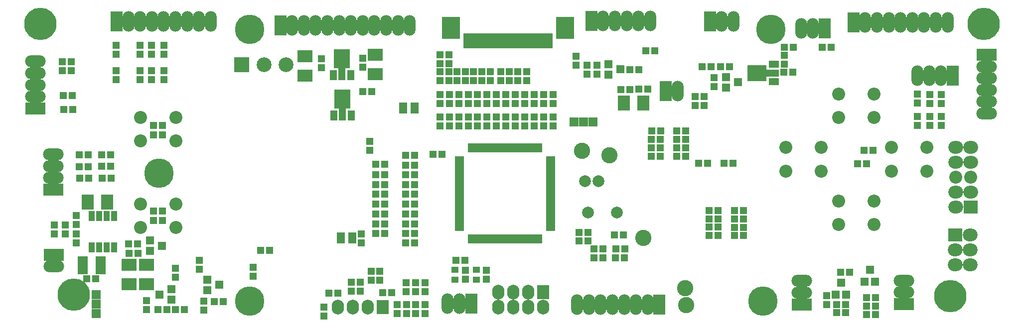
<source format=gts>
G04 (created by PCBNEW-RS274X (2011-07-08 BZR 3044)-stable) date 27/07/2011 21:07:09*
G01*
G70*
G90*
%MOIN*%
G04 Gerber Fmt 3.4, Leading zero omitted, Abs format*
%FSLAX34Y34*%
G04 APERTURE LIST*
%ADD10C,0.006000*%
%ADD11O,0.079100X0.138100*%
%ADD12R,0.079100X0.138100*%
%ADD13R,0.098700X0.098700*%
%ADD14C,0.098700*%
%ADD15C,0.086900*%
%ADD16R,0.055000X0.075000*%
%ADD17R,0.100000X0.080000*%
%ADD18R,0.045000X0.051500*%
%ADD19R,0.051500X0.045000*%
%ADD20R,0.080000X0.100000*%
%ADD21C,0.108600*%
%ADD22R,0.056000X0.056000*%
%ADD23R,0.094800X0.086900*%
%ADD24O,0.098700X0.086900*%
%ADD25R,0.060000X0.030000*%
%ADD26R,0.030000X0.060000*%
%ADD27R,0.030000X0.100000*%
%ADD28R,0.120000X0.150000*%
%ADD29R,0.047600X0.067200*%
%ADD30R,0.047600X0.098700*%
%ADD31R,0.106600X0.130300*%
%ADD32R,0.083000X0.094800*%
%ADD33O,0.083000X0.098700*%
%ADD34C,0.197200*%
%ADD35C,0.216900*%
%ADD36R,0.040000X0.065000*%
%ADD37R,0.070000X0.120000*%
%ADD38R,0.059400X0.059400*%
%ADD39O,0.138100X0.079100*%
%ADD40R,0.138100X0.079100*%
%ADD41C,0.079100*%
%ADD42R,0.067200X0.047600*%
%ADD43R,0.098700X0.047600*%
%ADD44R,0.130300X0.106600*%
%ADD45R,0.051500X0.043600*%
G04 APERTURE END LIST*
G54D10*
G54D11*
X20162Y-13260D03*
X19375Y-13260D03*
G54D12*
X18587Y-13260D03*
G54D11*
X20949Y-13260D03*
X21737Y-13260D03*
X22524Y-13260D03*
X23311Y-13260D03*
X24098Y-13260D03*
X24886Y-13260D03*
G54D13*
X26965Y-16150D03*
G54D14*
X28441Y-16150D03*
X29917Y-16150D03*
G54D15*
X66890Y-26850D03*
X66890Y-25276D03*
X69252Y-26850D03*
X69252Y-25276D03*
X72795Y-21693D03*
X72795Y-23267D03*
X70433Y-21693D03*
X70433Y-23267D03*
X69252Y-18110D03*
X69252Y-19684D03*
X66890Y-18110D03*
X66890Y-19684D03*
G54D16*
X34342Y-27756D03*
X33592Y-27756D03*
G54D17*
X31197Y-15590D03*
X31197Y-16890D03*
X35902Y-15472D03*
X35902Y-16772D03*
G54D16*
X38505Y-19065D03*
X37755Y-19065D03*
G54D18*
X36510Y-27450D03*
X35910Y-27450D03*
X36510Y-26800D03*
X35910Y-26800D03*
X36510Y-24832D03*
X35910Y-24832D03*
X36510Y-23523D03*
X35910Y-23523D03*
G54D19*
X35039Y-15713D03*
X35039Y-16313D03*
G54D18*
X36510Y-26151D03*
X35910Y-26151D03*
X36510Y-25491D03*
X35910Y-25491D03*
X36510Y-24173D03*
X35910Y-24173D03*
X36509Y-22815D03*
X35909Y-22815D03*
X50133Y-27392D03*
X49533Y-27392D03*
X51897Y-27539D03*
X52497Y-27539D03*
G54D19*
X32293Y-15753D03*
X32293Y-16353D03*
X34951Y-27476D03*
X34951Y-28076D03*
G54D18*
X49533Y-27933D03*
X50133Y-27933D03*
X38518Y-28090D03*
X37918Y-28090D03*
X35644Y-17953D03*
X35044Y-17953D03*
X15064Y-19144D03*
X15664Y-19144D03*
X59228Y-22740D03*
X59828Y-22740D03*
G54D19*
X37972Y-32231D03*
X37972Y-32831D03*
G54D18*
X51964Y-29085D03*
X52564Y-29085D03*
X14956Y-16535D03*
X15556Y-16535D03*
X53529Y-17795D03*
X54129Y-17795D03*
G54D19*
X38602Y-32231D03*
X38602Y-32831D03*
X39224Y-32231D03*
X39224Y-32831D03*
X46033Y-16629D03*
X46033Y-17229D03*
X44281Y-16619D03*
X44281Y-17219D03*
X43021Y-16620D03*
X43021Y-17220D03*
X41918Y-16620D03*
X41918Y-17220D03*
X43572Y-16620D03*
X43572Y-17220D03*
X42470Y-16620D03*
X42470Y-17220D03*
X41367Y-16620D03*
X41367Y-17220D03*
X45413Y-17219D03*
X45413Y-16619D03*
X44852Y-16629D03*
X44852Y-17229D03*
X35508Y-21294D03*
X35508Y-21894D03*
G54D18*
X37918Y-22224D03*
X38518Y-22224D03*
X38508Y-27450D03*
X37908Y-27450D03*
X38518Y-26151D03*
X37918Y-26151D03*
X38518Y-24832D03*
X37918Y-24832D03*
X38518Y-23523D03*
X37918Y-23523D03*
G54D19*
X38594Y-30743D03*
X38594Y-31343D03*
G54D18*
X38518Y-26800D03*
X37918Y-26800D03*
X38519Y-25491D03*
X37919Y-25491D03*
X38518Y-24173D03*
X37918Y-24173D03*
X38518Y-22873D03*
X37918Y-22873D03*
X57516Y-22736D03*
X58131Y-22736D03*
G54D19*
X37969Y-30747D03*
X37969Y-31347D03*
X39217Y-30747D03*
X39217Y-31347D03*
G54D18*
X50517Y-28484D03*
X51117Y-28484D03*
X50527Y-29085D03*
X51127Y-29085D03*
X52919Y-16466D03*
X53519Y-16466D03*
G54D19*
X50728Y-16796D03*
X50728Y-16196D03*
X49321Y-15576D03*
X49321Y-16176D03*
X40816Y-15478D03*
X40816Y-16078D03*
X40816Y-17220D03*
X40816Y-16620D03*
X40226Y-17219D03*
X40226Y-16619D03*
X40217Y-15487D03*
X40217Y-16087D03*
X40216Y-19661D03*
X40216Y-20261D03*
X41476Y-19661D03*
X41476Y-20261D03*
X42736Y-19661D03*
X42736Y-20261D03*
X43996Y-19661D03*
X43996Y-20261D03*
X40216Y-18146D03*
X40216Y-18746D03*
X41476Y-18145D03*
X41476Y-18745D03*
X42736Y-18145D03*
X42736Y-18745D03*
X43996Y-18145D03*
X43996Y-18745D03*
X40846Y-19661D03*
X40846Y-20261D03*
X42106Y-19661D03*
X42106Y-20261D03*
X43366Y-19661D03*
X43366Y-20261D03*
X44626Y-19661D03*
X44626Y-20261D03*
X40846Y-18145D03*
X40846Y-18745D03*
X42106Y-18145D03*
X42106Y-18745D03*
X43366Y-18145D03*
X43366Y-18745D03*
X44626Y-18145D03*
X44626Y-18745D03*
X47145Y-19661D03*
X47145Y-20261D03*
X45885Y-19661D03*
X45885Y-20261D03*
X47776Y-19661D03*
X47776Y-20261D03*
X46515Y-19661D03*
X46515Y-20261D03*
X45256Y-19661D03*
X45256Y-20261D03*
X47775Y-18145D03*
X47775Y-18745D03*
X46515Y-18145D03*
X46515Y-18745D03*
X45256Y-18145D03*
X45256Y-18745D03*
X47145Y-18145D03*
X47145Y-18745D03*
X45885Y-18145D03*
X45885Y-18745D03*
G54D18*
X52338Y-17805D03*
X52938Y-17805D03*
G54D20*
X52527Y-18701D03*
X53827Y-18701D03*
G54D15*
X65709Y-21693D03*
X65709Y-23267D03*
X63347Y-21693D03*
X63347Y-23267D03*
X20197Y-21259D03*
X20197Y-19685D03*
X22559Y-21259D03*
X22559Y-19685D03*
X20197Y-27047D03*
X20197Y-25473D03*
X22559Y-27047D03*
X22559Y-25473D03*
G54D18*
X14966Y-15965D03*
X15566Y-15965D03*
X15615Y-18228D03*
X15015Y-18228D03*
X67623Y-30039D03*
X67023Y-30039D03*
X68745Y-31742D03*
X69345Y-31742D03*
G54D19*
X66101Y-31629D03*
X66101Y-32229D03*
G54D18*
X66747Y-32756D03*
X67347Y-32756D03*
X68755Y-32323D03*
X69355Y-32323D03*
G54D21*
X53807Y-27764D03*
G54D18*
X68755Y-32874D03*
X69355Y-32874D03*
G54D22*
X69336Y-30666D03*
X68636Y-30666D03*
X68986Y-29866D03*
X67396Y-31542D03*
X66696Y-31542D03*
X67046Y-30742D03*
X51500Y-16806D03*
X51500Y-16106D03*
X52300Y-16456D03*
G54D18*
X19997Y-28150D03*
X19397Y-28150D03*
X19405Y-28772D03*
X20005Y-28772D03*
G54D22*
X20812Y-28618D03*
X20812Y-27918D03*
X21612Y-28268D03*
G54D18*
X57298Y-18278D03*
X57898Y-18278D03*
X57294Y-18898D03*
X57894Y-18898D03*
X54591Y-15201D03*
X53991Y-15201D03*
X52574Y-28484D03*
X51974Y-28484D03*
G54D23*
X75736Y-25671D03*
G54D24*
X74736Y-25671D03*
X75736Y-24671D03*
X74736Y-24671D03*
G54D15*
X75736Y-23671D03*
X74736Y-23671D03*
G54D24*
X75736Y-22671D03*
X74736Y-22671D03*
X75736Y-21671D03*
X74736Y-21671D03*
G54D19*
X73750Y-18145D03*
X73750Y-18745D03*
G54D25*
X41527Y-27134D03*
X41527Y-22414D03*
X41527Y-22614D03*
X41527Y-22804D03*
X41527Y-23004D03*
X41527Y-23204D03*
X41527Y-23394D03*
X41527Y-23594D03*
X41527Y-23794D03*
X41527Y-23984D03*
X41527Y-24184D03*
X41527Y-24384D03*
X41527Y-24584D03*
X41527Y-24774D03*
X41527Y-24974D03*
X41527Y-25174D03*
X41527Y-25364D03*
X41527Y-25564D03*
X41527Y-25764D03*
X41527Y-25954D03*
X41527Y-26154D03*
X41527Y-26354D03*
X41527Y-26544D03*
X41527Y-26744D03*
X41527Y-26944D03*
G54D26*
X42217Y-21724D03*
X46937Y-21724D03*
X46737Y-21724D03*
X46547Y-21724D03*
X46347Y-21724D03*
X46147Y-21724D03*
X45957Y-21724D03*
X45757Y-21724D03*
X45557Y-21724D03*
X45367Y-21724D03*
X45167Y-21724D03*
X44967Y-21724D03*
X44767Y-21724D03*
X44577Y-21724D03*
X44377Y-21724D03*
X44177Y-21724D03*
X43987Y-21724D03*
X43787Y-21724D03*
X43587Y-21724D03*
X43397Y-21724D03*
X43197Y-21724D03*
X42997Y-21724D03*
X42807Y-21724D03*
X42607Y-21724D03*
X42407Y-21724D03*
X42217Y-27824D03*
X42417Y-27824D03*
X42607Y-27824D03*
X42807Y-27824D03*
X43007Y-27824D03*
X43197Y-27824D03*
X43397Y-27824D03*
X43597Y-27824D03*
X43787Y-27824D03*
X43987Y-27824D03*
X44187Y-27824D03*
X44387Y-27824D03*
X44577Y-27824D03*
X44777Y-27824D03*
X44977Y-27824D03*
X45167Y-27824D03*
X45367Y-27824D03*
X45567Y-27824D03*
X45757Y-27824D03*
X45957Y-27824D03*
X46157Y-27824D03*
X46347Y-27824D03*
X46547Y-27824D03*
X46747Y-27824D03*
X46937Y-27824D03*
G54D25*
X47627Y-27134D03*
X47627Y-26934D03*
X47627Y-26744D03*
X47627Y-26544D03*
X47627Y-26344D03*
X47627Y-26154D03*
X47627Y-25954D03*
X47627Y-25754D03*
X47627Y-25564D03*
X47627Y-25364D03*
X47627Y-25164D03*
X47627Y-24964D03*
X47627Y-24774D03*
X47627Y-24574D03*
X47627Y-24374D03*
X47627Y-24184D03*
X47627Y-23984D03*
X47627Y-23784D03*
X47627Y-23594D03*
X47627Y-23394D03*
X47627Y-23194D03*
X47627Y-23004D03*
X47627Y-22804D03*
X47627Y-22604D03*
X47627Y-22414D03*
G54D23*
X74697Y-27553D03*
G54D24*
X75697Y-27553D03*
X74697Y-28553D03*
X75697Y-28553D03*
X74697Y-29553D03*
X75697Y-29553D03*
G54D27*
X43878Y-14548D03*
X44078Y-14548D03*
X44273Y-14548D03*
X44468Y-14548D03*
X44668Y-14548D03*
X44863Y-14548D03*
X45058Y-14548D03*
X45258Y-14548D03*
X45453Y-14548D03*
X45648Y-14548D03*
X43681Y-14548D03*
X45848Y-14548D03*
X46043Y-14548D03*
X43484Y-14548D03*
X47618Y-14548D03*
X46238Y-14548D03*
X46438Y-14548D03*
X46633Y-14548D03*
X46828Y-14548D03*
X47028Y-14548D03*
X47223Y-14548D03*
X47418Y-14548D03*
X43287Y-14548D03*
X43091Y-14548D03*
X42894Y-14548D03*
X42697Y-14548D03*
X42500Y-14548D03*
X42303Y-14548D03*
X42106Y-14548D03*
X41909Y-14548D03*
G54D28*
X48588Y-13668D03*
X40958Y-13668D03*
G54D29*
X33078Y-16854D03*
G54D30*
X33669Y-16697D03*
G54D29*
X34260Y-16854D03*
G54D31*
X33669Y-15752D03*
G54D29*
X33110Y-19537D03*
G54D30*
X33701Y-19380D03*
G54D29*
X34292Y-19537D03*
G54D31*
X33701Y-18435D03*
G54D32*
X36402Y-32372D03*
G54D33*
X35402Y-32372D03*
X34402Y-32372D03*
X33402Y-32372D03*
G54D32*
X47130Y-31394D03*
G54D33*
X47130Y-32394D03*
X46130Y-31394D03*
X46130Y-32394D03*
X45130Y-31394D03*
X45130Y-32394D03*
X44130Y-31394D03*
X44130Y-32394D03*
G54D21*
X49732Y-21909D03*
X51547Y-22205D03*
G54D18*
X16088Y-22972D03*
X16688Y-22972D03*
X16117Y-23750D03*
X16717Y-23750D03*
G54D19*
X72156Y-18125D03*
X72156Y-18725D03*
G54D18*
X16088Y-22175D03*
X16688Y-22175D03*
G54D19*
X72972Y-18135D03*
X72972Y-18735D03*
G54D18*
X17604Y-22943D03*
X18204Y-22943D03*
X17613Y-23750D03*
X18213Y-23750D03*
G54D19*
X72165Y-19611D03*
X72165Y-20211D03*
G54D18*
X17604Y-22175D03*
X18204Y-22175D03*
G54D19*
X72972Y-19611D03*
X72972Y-20211D03*
X73750Y-19611D03*
X73750Y-20211D03*
G54D18*
X40343Y-22154D03*
X39743Y-22154D03*
G54D34*
X62362Y-13780D03*
G54D35*
X76575Y-13425D03*
G54D34*
X61811Y-31969D03*
G54D35*
X74370Y-31654D03*
G54D34*
X27480Y-31969D03*
G54D35*
X15709Y-31535D03*
G54D34*
X21417Y-23425D03*
G54D35*
X13504Y-13425D03*
G54D34*
X27480Y-13780D03*
G54D19*
X15894Y-27483D03*
X15894Y-28083D03*
X15890Y-26247D03*
X15890Y-26847D03*
G54D36*
X16919Y-26296D03*
X16919Y-28396D03*
X17419Y-26296D03*
X17919Y-26296D03*
X18419Y-26296D03*
X17419Y-28396D03*
X17919Y-28396D03*
X18419Y-28396D03*
G54D20*
X16669Y-25358D03*
X17969Y-25358D03*
G54D18*
X16602Y-30488D03*
X17202Y-30488D03*
G54D19*
X15161Y-26885D03*
X15161Y-27485D03*
G54D37*
X16337Y-29571D03*
X17537Y-29571D03*
G54D19*
X24130Y-29859D03*
X24130Y-29259D03*
X20579Y-32540D03*
X20579Y-31940D03*
G54D18*
X23119Y-32551D03*
X22519Y-32551D03*
X21342Y-32551D03*
X21942Y-32551D03*
X25106Y-32020D03*
X25706Y-32020D03*
G54D19*
X24421Y-31976D03*
X24421Y-32576D03*
G54D22*
X24651Y-31240D03*
X24651Y-30540D03*
X25451Y-30890D03*
X22239Y-31189D03*
X22239Y-31889D03*
X21439Y-31539D03*
G54D17*
X20591Y-30839D03*
X20591Y-29539D03*
X19429Y-30839D03*
X19429Y-29539D03*
G54D18*
X36401Y-31421D03*
X37001Y-31421D03*
G54D19*
X32461Y-32969D03*
X32461Y-32369D03*
X37339Y-32831D03*
X37339Y-32231D03*
G54D18*
X33387Y-31445D03*
X32787Y-31445D03*
G54D19*
X36189Y-30583D03*
X36189Y-29983D03*
X35630Y-30580D03*
X35630Y-29980D03*
X34902Y-31320D03*
X34902Y-30720D03*
X34283Y-31312D03*
X34283Y-30712D03*
X50039Y-16192D03*
X50039Y-16792D03*
G54D21*
X56618Y-31114D03*
X56689Y-32244D03*
G54D38*
X17205Y-32173D03*
X17205Y-32813D03*
X17205Y-31533D03*
G54D19*
X58571Y-17027D03*
X58571Y-17627D03*
G54D11*
X59858Y-13236D03*
X59071Y-13236D03*
G54D12*
X58283Y-13236D03*
G54D11*
X51925Y-13216D03*
X51138Y-13216D03*
G54D12*
X50350Y-13216D03*
G54D11*
X52712Y-13216D03*
X53500Y-13216D03*
X54287Y-13216D03*
X69454Y-13331D03*
X68667Y-13331D03*
G54D12*
X67879Y-13331D03*
G54D11*
X70241Y-13331D03*
X71029Y-13331D03*
X71816Y-13331D03*
X72603Y-13331D03*
X73390Y-13331D03*
X74178Y-13331D03*
G54D39*
X76795Y-17055D03*
X76795Y-16268D03*
G54D40*
X76795Y-15480D03*
G54D39*
X76795Y-17842D03*
X76795Y-18630D03*
X76795Y-19417D03*
G54D11*
X31114Y-13520D03*
X30326Y-13520D03*
G54D12*
X29539Y-13520D03*
G54D11*
X31901Y-13520D03*
X32689Y-13520D03*
X33476Y-13520D03*
X34263Y-13520D03*
X35051Y-13520D03*
X35838Y-13520D03*
X36626Y-13520D03*
X37413Y-13520D03*
X38200Y-13520D03*
G54D39*
X13142Y-17504D03*
X13142Y-18291D03*
G54D40*
X13142Y-19079D03*
G54D39*
X13142Y-16717D03*
X13142Y-15929D03*
X14399Y-29654D03*
G54D40*
X14399Y-28866D03*
G54D39*
X71252Y-30611D03*
X71252Y-31398D03*
G54D40*
X71252Y-32186D03*
G54D39*
X64413Y-30626D03*
X64413Y-31413D03*
G54D40*
X64413Y-32201D03*
G54D11*
X72945Y-16882D03*
X73732Y-16882D03*
G54D12*
X74520Y-16882D03*
G54D11*
X72158Y-16882D03*
X53326Y-32201D03*
X54113Y-32201D03*
G54D12*
X54901Y-32201D03*
G54D11*
X52539Y-32201D03*
X51751Y-32201D03*
X50964Y-32201D03*
X50177Y-32201D03*
X49390Y-32201D03*
X56107Y-17912D03*
G54D12*
X55319Y-17912D03*
G54D41*
X50133Y-26035D03*
X52055Y-26035D03*
G54D18*
X54366Y-21153D03*
X54966Y-21153D03*
X54362Y-22291D03*
X54962Y-22291D03*
X58232Y-26480D03*
X58832Y-26480D03*
X58221Y-27586D03*
X58821Y-27586D03*
X54378Y-20582D03*
X54978Y-20582D03*
X54362Y-21724D03*
X54962Y-21724D03*
X58228Y-25917D03*
X58828Y-25917D03*
X58225Y-27031D03*
X58825Y-27031D03*
G54D19*
X20146Y-17150D03*
X20146Y-16550D03*
X21756Y-17146D03*
X21756Y-16546D03*
G54D18*
X21658Y-26598D03*
X21058Y-26598D03*
G54D19*
X18563Y-17158D03*
X18563Y-16558D03*
X20921Y-17139D03*
X20921Y-16539D03*
G54D18*
X21658Y-20835D03*
X21058Y-20835D03*
G54D19*
X18559Y-15434D03*
X18559Y-14834D03*
X20921Y-15434D03*
X20921Y-14834D03*
G54D18*
X21650Y-20205D03*
X21050Y-20205D03*
X56054Y-20578D03*
X56654Y-20578D03*
X56051Y-21728D03*
X56651Y-21728D03*
X59921Y-25916D03*
X60521Y-25916D03*
X59924Y-27035D03*
X60524Y-27035D03*
G54D19*
X20142Y-15434D03*
X20142Y-14834D03*
X21752Y-15454D03*
X21752Y-14854D03*
G54D18*
X21639Y-25933D03*
X21039Y-25933D03*
X56051Y-21149D03*
X56651Y-21149D03*
X56051Y-22287D03*
X56651Y-22287D03*
X59924Y-26476D03*
X60524Y-26476D03*
X59909Y-27590D03*
X60509Y-27590D03*
G54D42*
X62539Y-17296D03*
G54D43*
X62382Y-16705D03*
G54D42*
X62539Y-16114D03*
G54D44*
X61437Y-16705D03*
G54D19*
X63264Y-16107D03*
X63264Y-15507D03*
G54D18*
X63231Y-16665D03*
X63831Y-16665D03*
X58995Y-16272D03*
X59595Y-16272D03*
G54D11*
X64374Y-13721D03*
X65161Y-13721D03*
G54D12*
X65949Y-13721D03*
G54D22*
X59352Y-17673D03*
X59352Y-16973D03*
X60152Y-17323D03*
G54D38*
X49827Y-19980D03*
X49187Y-19980D03*
X50467Y-19980D03*
G54D18*
X65798Y-14969D03*
X66398Y-14969D03*
X63271Y-14988D03*
X63871Y-14988D03*
G54D41*
X49929Y-23933D03*
X50835Y-23937D03*
G54D39*
X14342Y-22945D03*
X14342Y-23732D03*
G54D40*
X14342Y-24520D03*
G54D39*
X14342Y-22158D03*
G54D19*
X43323Y-29928D03*
X43323Y-30528D03*
G54D18*
X41875Y-29260D03*
X41275Y-29260D03*
G54D19*
X41929Y-29917D03*
X41929Y-30517D03*
G54D11*
X40733Y-32134D03*
X41520Y-32134D03*
G54D12*
X42308Y-32134D03*
G54D19*
X27732Y-30304D03*
X27732Y-29704D03*
G54D18*
X69186Y-21894D03*
X68586Y-21894D03*
X28831Y-28598D03*
X28231Y-28598D03*
X68753Y-22780D03*
X68153Y-22780D03*
X67346Y-32205D03*
X66746Y-32205D03*
X58339Y-16276D03*
X57739Y-16276D03*
G54D45*
X42650Y-29893D03*
X42650Y-30563D03*
X41236Y-29893D03*
X41236Y-30563D03*
G54D19*
X14421Y-26885D03*
X14421Y-27485D03*
X22524Y-30367D03*
X22524Y-29767D03*
M02*

</source>
